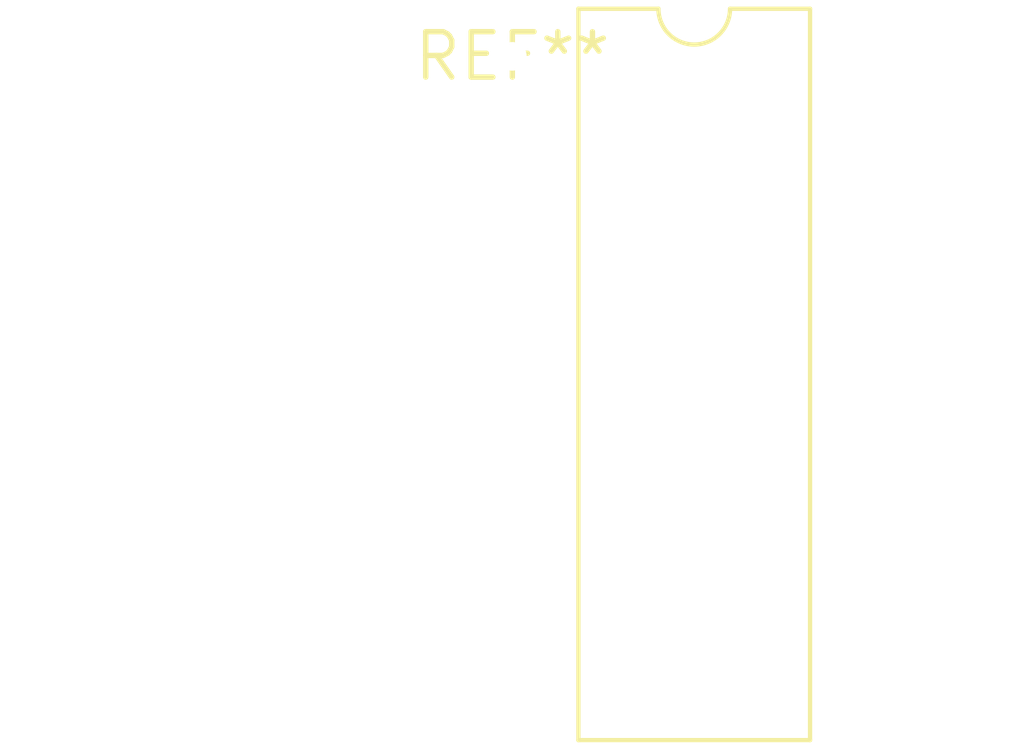
<source format=kicad_pcb>
(kicad_pcb (version 20240108) (generator pcbnew)
  (layers (0 "F.Cu" signal) (31 "B.Cu" signal) (34 "B.Paste" user) (35 "F.Paste" user) (36 "B.SilkS" user "B.Silkscreen") (37 "F.SilkS" user "F.Silkscreen") (38 "B.Mask" user) (39 "F.Mask" user) (44 "Edge.Cuts" user))
  (net 0 "")
  (footprint "DIP-16_W10.16mm_LongPads" (layer "F.Cu") (at 0 0)
    (property "Reference" "REF**")
    (property "Value" "DIP-16_W10.16mm_LongPads")
    (fp_line (start 1.845 -1.33) (end 1.845 19.11) (layer "F.SilkS") (stroke (width 0.12)))
    (fp_line (start 1.845 19.11) (end 8.315 19.11) (layer "F.SilkS") (stroke (width 0.12)))
    (fp_line (start 4.08 -1.33) (end 1.845 -1.33) (layer "F.SilkS") (stroke (width 0.12)))
    (fp_line (start 8.315 -1.33) (end 6.08 -1.33) (layer "F.SilkS") (stroke (width 0.12)))
    (fp_line (start 8.315 19.11) (end 8.315 -1.33) (layer "F.SilkS") (stroke (width 0.12)))
    (fp_arc (start 6.08 -1.33) (mid 5.08 -0.33) (end 4.08 -1.33) (layer "F.SilkS") (stroke (width 0.12)))
    (pad "1" thru_hole rect (at 0 0) (size 2.4 1.6) (drill 0.8) (layers *.Cu *.Mask) (remove_unused_layers))
    (pad "2" thru_hole oval (at 0 2.54) (size 2.4 1.6) (drill 0.8) (layers *.Cu *.Mask) (remove_unused_layers))
    (pad "3" thru_hole oval (at 0 5.08) (size 2.4 1.6) (drill 0.8) (layers *.Cu *.Mask) (remove_unused_layers))
    (pad "4" thru_hole oval (at 0 7.62) (size 2.4 1.6) (drill 0.8) (layers *.Cu *.Mask) (remove_unused_layers))
    (pad "5" thru_hole oval (at 0 10.16) (size 2.4 1.6) (drill 0.8) (layers *.Cu *.Mask) (remove_unused_layers))
    (pad "6" thru_hole oval (at 0 12.7) (size 2.4 1.6) (drill 0.8) (layers *.Cu *.Mask) (remove_unused_layers))
    (pad "7" thru_hole oval (at 0 15.24) (size 2.4 1.6) (drill 0.8) (layers *.Cu *.Mask) (remove_unused_layers))
    (pad "8" thru_hole oval (at 0 17.78) (size 2.4 1.6) (drill 0.8) (layers *.Cu *.Mask) (remove_unused_layers))
    (pad "9" thru_hole oval (at 10.16 17.78) (size 2.4 1.6) (drill 0.8) (layers *.Cu *.Mask) (remove_unused_layers))
    (pad "10" thru_hole oval (at 10.16 15.24) (size 2.4 1.6) (drill 0.8) (layers *.Cu *.Mask) (remove_unused_layers))
    (pad "11" thru_hole oval (at 10.16 12.7) (size 2.4 1.6) (drill 0.8) (layers *.Cu *.Mask) (remove_unused_layers))
    (pad "12" thru_hole oval (at 10.16 10.16) (size 2.4 1.6) (drill 0.8) (layers *.Cu *.Mask) (remove_unused_layers))
    (pad "13" thru_hole oval (at 10.16 7.62) (size 2.4 1.6) (drill 0.8) (layers *.Cu *.Mask) (remove_unused_layers))
    (pad "14" thru_hole oval (at 10.16 5.08) (size 2.4 1.6) (drill 0.8) (layers *.Cu *.Mask) (remove_unused_layers))
    (pad "15" thru_hole oval (at 10.16 2.54) (size 2.4 1.6) (drill 0.8) (layers *.Cu *.Mask) (remove_unused_layers))
    (pad "16" thru_hole oval (at 10.16 0) (size 2.4 1.6) (drill 0.8) (layers *.Cu *.Mask) (remove_unused_layers))
  )
)
</source>
